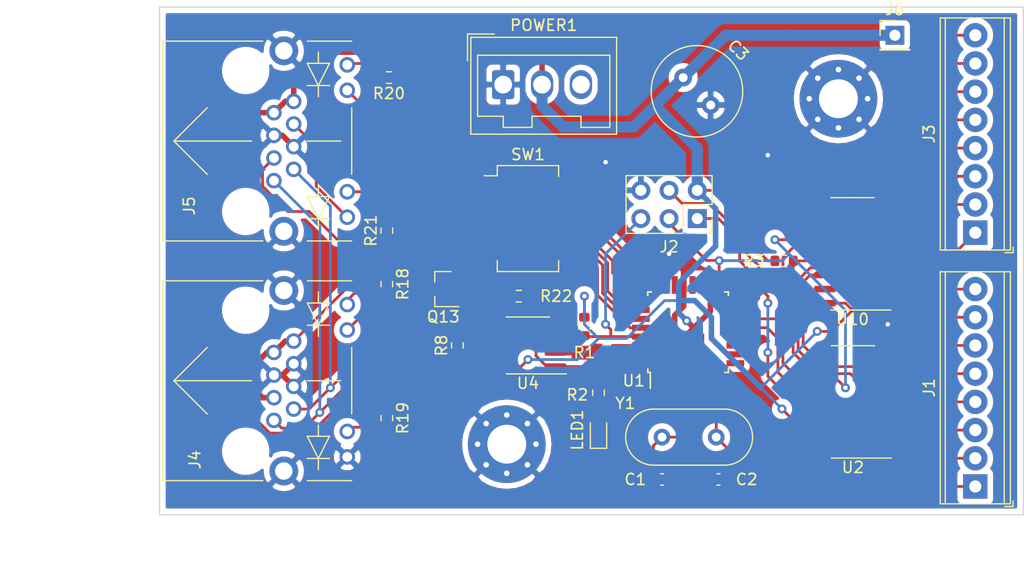
<source format=kicad_pcb>
(kicad_pcb (version 20171130) (host pcbnew "(5.1.9)-1")
  (layers (0 F.Cu signal) (31 B.Cu signal) (34 B.Paste user) (35 F.Paste user) (36 B.SilkS user) (37 F.SilkS user) (38 B.Mask user) (39 F.Mask user) (44 Edge.Cuts user))
  (net 0 "")
  (net 1 GND)
  (net 2 "Net-(C1-Pad1)")
  (net 3 "Net-(C2-Pad2)")
  (net 4 5V)
  (net 5 ~RST)
  (net 6 MOSI)
  (net 7 SCK)
  (net 8 MISO)
  (net 9 ~OE)
  (net 10 /networking/Rx)
  (net 11 LATCH)
  (net 12 /networking/A+)
  (net 13 /networking/A-)
  (net 14 LED)
  (net 15 "Net-(LED1-Pad2)")
  (net 16 A)
  (net 17 B)
  (net 18 C)
  (net 19 D)
  (net 20 E)
  (net 21 F)
  (net 22 "Net-(U10-Pad14)")
  (net 23 "Net-(J4-Pad12)")
  (net 24 "Net-(J4-Pad11)")
  (net 25 "Net-(J4-Pad10)")
  (net 26 "Net-(J5-Pad12)")
  (net 27 "Net-(J5-Pad10)")
  (net 28 "Net-(J5-Pad6)")
  (net 29 "Net-(J5-Pad3)")
  (net 30 "Net-(Q13-Pad1)")
  (net 31 "Net-(J1-Pad8)")
  (net 32 "Net-(J1-Pad7)")
  (net 33 "Net-(J1-Pad6)")
  (net 34 "Net-(J1-Pad5)")
  (net 35 "Net-(J1-Pad4)")
  (net 36 "Net-(J1-Pad3)")
  (net 37 "Net-(J1-Pad2)")
  (net 38 "Net-(J1-Pad1)")
  (net 39 "Net-(J3-Pad8)")
  (net 40 "Net-(J3-Pad7)")
  (net 41 "Net-(J3-Pad6)")
  (net 42 "Net-(J3-Pad5)")
  (net 43 "Net-(J3-Pad4)")
  (net 44 "Net-(J3-Pad3)")
  (net 45 "Net-(J3-Pad2)")
  (net 46 "Net-(J3-Pad1)")
  (module Connector_PinHeader_2.54mm:PinHeader_1x01_P2.54mm_Vertical (layer F.Cu) (at 159.385 70.485)
    (fp_text reference J6 (at 0 -2.33) (layer F.SilkS))
    (fp_text value Screw_Terminal_01x01)
    (pad 1 thru_hole rect (at 0 0) (size 1.7 1.7) (drill 1) (layers *.Cu *.Mask) (net 4 5V))
  )
  (module TerminalBlock_Phoenix:TerminalBlock_Phoenix_MPT-0,5-8-2.54_1x08_P2.54mm_Horizontal (layer F.Cu) (at 166.624 88.265 90)
    (fp_text reference J3 (at 8.89 -4.16 90) (layer F.SilkS))
    (fp_text value Screw_Terminal_01x08)
    (pad 8 thru_hole circle (at 17.78 0 90) (size 2.2 2.2) (drill 1.1) (layers *.Cu *.Mask) (net 39 "Net-(J3-Pad8)"))
    (pad 7 thru_hole circle (at 15.24 0 90) (size 2.2 2.2) (drill 1.1) (layers *.Cu *.Mask) (net 40 "Net-(J3-Pad7)"))
    (pad 6 thru_hole circle (at 12.7 0 90) (size 2.2 2.2) (drill 1.1) (layers *.Cu *.Mask) (net 41 "Net-(J3-Pad6)"))
    (pad 5 thru_hole circle (at 10.16 0 90) (size 2.2 2.2) (drill 1.1) (layers *.Cu *.Mask) (net 42 "Net-(J3-Pad5)"))
    (pad 4 thru_hole circle (at 7.62 0 90) (size 2.2 2.2) (drill 1.1) (layers *.Cu *.Mask) (net 43 "Net-(J3-Pad4)"))
    (pad 3 thru_hole circle (at 5.08 0 90) (size 2.2 2.2) (drill 1.1) (layers *.Cu *.Mask) (net 44 "Net-(J3-Pad3)"))
    (pad 2 thru_hole circle (at 2.54 0 90) (size 2.2 2.2) (drill 1.1) (layers *.Cu *.Mask) (net 45 "Net-(J3-Pad2)"))
    (pad 1 thru_hole rect (at 0 0 90) (size 2.2 2.2) (drill 1.1) (layers *.Cu *.Mask) (net 46 "Net-(J3-Pad1)"))
  )
  (module TerminalBlock_Phoenix:TerminalBlock_Phoenix_MPT-0,5-8-2.54_1x08_P2.54mm_Horizontal (layer F.Cu) (at 166.624 111.125 90)
    (fp_text reference J1 (at 8.89 -4.16 90) (layer F.SilkS))
    (fp_text value Screw_Terminal_01x08)
    (pad 8 thru_hole circle (at 17.78 0 90) (size 2.2 2.2) (drill 1.1) (layers *.Cu *.Mask) (net 31 "Net-(J1-Pad8)"))
    (pad 7 thru_hole circle (at 15.24 0 90) (size 2.2 2.2) (drill 1.1) (layers *.Cu *.Mask) (net 32 "Net-(J1-Pad7)"))
    (pad 6 thru_hole circle (at 12.7 0 90) (size 2.2 2.2) (drill 1.1) (layers *.Cu *.Mask) (net 33 "Net-(J1-Pad6)"))
    (pad 5 thru_hole circle (at 10.16 0 90) (size 2.2 2.2) (drill 1.1) (layers *.Cu *.Mask) (net 34 "Net-(J1-Pad5)"))
    (pad 4 thru_hole circle (at 7.62 0 90) (size 2.2 2.2) (drill 1.1) (layers *.Cu *.Mask) (net 35 "Net-(J1-Pad4)"))
    (pad 3 thru_hole circle (at 5.08 0 90) (size 2.2 2.2) (drill 1.1) (layers *.Cu *.Mask) (net 36 "Net-(J1-Pad3)"))
    (pad 2 thru_hole circle (at 2.54 0 90) (size 2.2 2.2) (drill 1.1) (layers *.Cu *.Mask) (net 37 "Net-(J1-Pad2)"))
    (pad 1 thru_hole rect (at 0 0 90) (size 2.2 2.2) (drill 1.1) (layers *.Cu *.Mask) (net 38 "Net-(J1-Pad1)"))
  )
  (module Package_SO:SOIC-16_3.9x9.9mm_P1.27mm (layer F.Cu) (at 155.575 90.17 180)
    (fp_text reference U10 (at 0 -5.9) (layer F.SilkS))
    (fp_text value 74HC595)
    (pad 16 smd roundrect (at 2.475 -4.445 180) (size 1.95 0.6) (layers F.Cu F.Paste F.Mask) (net 4 5V))
    (pad 15 smd roundrect (at 2.475 -3.175 180) (size 1.95 0.6) (layers F.Cu F.Paste F.Mask) (net 46 "Net-(J3-Pad1)"))
    (pad 14 smd roundrect (at 2.475 -1.905 180) (size 1.95 0.6) (layers F.Cu F.Paste F.Mask) (net 22 "Net-(U10-Pad14)"))
    (pad 13 smd roundrect (at 2.475 -0.635 180) (size 1.95 0.6) (layers F.Cu F.Paste F.Mask) (net 9 ~OE))
    (pad 12 smd roundrect (at 2.475 0.635 180) (size 1.95 0.6) (layers F.Cu F.Paste F.Mask) (net 11 LATCH))
    (pad 11 smd roundrect (at 2.475 1.905 180) (size 1.95 0.6) (layers F.Cu F.Paste F.Mask) (net 7 SCK))
    (pad 10 smd roundrect (at 2.475 3.175 180) (size 1.95 0.6) (layers F.Cu F.Paste F.Mask) (net 4 5V))
    (pad 9 smd roundrect (at 2.475 4.445 180) (size 1.95 0.6) (layers F.Cu F.Paste F.Mask))
    (pad 8 smd roundrect (at -2.475 4.445 180) (size 1.95 0.6) (layers F.Cu F.Paste F.Mask) (net 1 GND))
    (pad 7 smd roundrect (at -2.475 3.175 180) (size 1.95 0.6) (layers F.Cu F.Paste F.Mask) (net 39 "Net-(J3-Pad8)"))
    (pad 6 smd roundrect (at -2.475 1.905 180) (size 1.95 0.6) (layers F.Cu F.Paste F.Mask) (net 40 "Net-(J3-Pad7)"))
    (pad 5 smd roundrect (at -2.475 0.635 180) (size 1.95 0.6) (layers F.Cu F.Paste F.Mask) (net 41 "Net-(J3-Pad6)"))
    (pad 4 smd roundrect (at -2.475 -0.635 180) (size 1.95 0.6) (layers F.Cu F.Paste F.Mask) (net 42 "Net-(J3-Pad5)"))
    (pad 3 smd roundrect (at -2.475 -1.905 180) (size 1.95 0.6) (layers F.Cu F.Paste F.Mask) (net 43 "Net-(J3-Pad4)"))
    (pad 2 smd roundrect (at -2.475 -3.175 180) (size 1.95 0.6) (layers F.Cu F.Paste F.Mask) (net 44 "Net-(J3-Pad3)"))
    (pad 1 smd roundrect (at -2.475 -4.445 180) (size 1.95 0.6) (layers F.Cu F.Paste F.Mask) (net 45 "Net-(J3-Pad2)"))
  )
  (module Package_SO:SOIC-8_3.9x4.9mm_P1.27mm (layer F.Cu) (at 126.365 98.425 180)
    (fp_text reference U4 (at 0 -3.4) (layer F.SilkS))
    (fp_text value MAX481E)
    (pad 8 smd roundrect (at 2.475 -1.905 180) (size 1.95 0.6) (layers F.Cu F.Paste F.Mask) (net 4 5V))
    (pad 7 smd roundrect (at 2.475 -0.635 180) (size 1.95 0.6) (layers F.Cu F.Paste F.Mask) (net 12 /networking/A+))
    (pad 6 smd roundrect (at 2.475 0.635 180) (size 1.95 0.6) (layers F.Cu F.Paste F.Mask) (net 13 /networking/A-))
    (pad 5 smd roundrect (at 2.475 1.905 180) (size 1.95 0.6) (layers F.Cu F.Paste F.Mask) (net 1 GND))
    (pad 4 smd roundrect (at -2.475 1.905 180) (size 1.95 0.6) (layers F.Cu F.Paste F.Mask) (net 1 GND))
    (pad 3 smd roundrect (at -2.475 0.635 180) (size 1.95 0.6) (layers F.Cu F.Paste F.Mask) (net 1 GND))
    (pad 2 smd roundrect (at -2.475 -0.635 180) (size 1.95 0.6) (layers F.Cu F.Paste F.Mask) (net 1 GND))
    (pad 1 smd roundrect (at -2.475 -1.905 180) (size 1.95 0.6) (layers F.Cu F.Paste F.Mask) (net 10 /networking/Rx))
  )
  (module Package_SO:SOIC-16_3.9x9.9mm_P1.27mm (layer F.Cu) (at 155.61 103.505 180)
    (fp_text reference U2 (at 0 -5.9) (layer F.SilkS))
    (fp_text value 74HC595)
    (pad 16 smd roundrect (at 2.475 -4.445 180) (size 1.95 0.6) (layers F.Cu F.Paste F.Mask) (net 4 5V))
    (pad 15 smd roundrect (at 2.475 -3.175 180) (size 1.95 0.6) (layers F.Cu F.Paste F.Mask) (net 38 "Net-(J1-Pad1)"))
    (pad 14 smd roundrect (at 2.475 -1.905 180) (size 1.95 0.6) (layers F.Cu F.Paste F.Mask) (net 6 MOSI))
    (pad 13 smd roundrect (at 2.475 -0.635 180) (size 1.95 0.6) (layers F.Cu F.Paste F.Mask) (net 9 ~OE))
    (pad 12 smd roundrect (at 2.475 0.635 180) (size 1.95 0.6) (layers F.Cu F.Paste F.Mask) (net 11 LATCH))
    (pad 11 smd roundrect (at 2.475 1.905 180) (size 1.95 0.6) (layers F.Cu F.Paste F.Mask) (net 7 SCK))
    (pad 10 smd roundrect (at 2.475 3.175 180) (size 1.95 0.6) (layers F.Cu F.Paste F.Mask) (net 4 5V))
    (pad 9 smd roundrect (at 2.475 4.445 180) (size 1.95 0.6) (layers F.Cu F.Paste F.Mask) (net 22 "Net-(U10-Pad14)"))
    (pad 8 smd roundrect (at -2.475 4.445 180) (size 1.95 0.6) (layers F.Cu F.Paste F.Mask) (net 1 GND))
    (pad 7 smd roundrect (at -2.475 3.175 180) (size 1.95 0.6) (layers F.Cu F.Paste F.Mask) (net 31 "Net-(J1-Pad8)"))
    (pad 6 smd roundrect (at -2.475 1.905 180) (size 1.95 0.6) (layers F.Cu F.Paste F.Mask) (net 32 "Net-(J1-Pad7)"))
    (pad 5 smd roundrect (at -2.475 0.635 180) (size 1.95 0.6) (layers F.Cu F.Paste F.Mask) (net 33 "Net-(J1-Pad6)"))
    (pad 4 smd roundrect (at -2.475 -0.635 180) (size 1.95 0.6) (layers F.Cu F.Paste F.Mask) (net 34 "Net-(J1-Pad5)"))
    (pad 3 smd roundrect (at -2.475 -1.905 180) (size 1.95 0.6) (layers F.Cu F.Paste F.Mask) (net 35 "Net-(J1-Pad4)"))
    (pad 2 smd roundrect (at -2.475 -3.175 180) (size 1.95 0.6) (layers F.Cu F.Paste F.Mask) (net 36 "Net-(J1-Pad3)"))
    (pad 1 smd roundrect (at -2.475 -4.445 180) (size 1.95 0.6) (layers F.Cu F.Paste F.Mask) (net 37 "Net-(J1-Pad2)"))
  )
  (module Resistor_SMD:R_0603_1608Metric (layer F.Cu) (at 125.54 93.98 180)
    (fp_text reference R22 (at -3.365 0) (layer F.SilkS))
    (fp_text value 1k)
    (pad 2 smd roundrect (at 0.825 0 180) (size 0.8 0.95) (layers F.Cu F.Paste F.Mask) (net 30 "Net-(Q13-Pad1)"))
    (pad 1 smd roundrect (at -0.825 0 180) (size 0.8 0.95) (layers F.Cu F.Paste F.Mask) (net 10 /networking/Rx))
  )
  (module Resistor_SMD:R_0603_1608Metric (layer F.Cu) (at 113.665 88.075 90)
    (fp_text reference R21 (at 0 -1.43 90) (layer F.SilkS))
    (fp_text value 1k)
    (pad 2 smd roundrect (at 0.825 0 90) (size 0.8 0.95) (layers F.Cu F.Paste F.Mask) (net 27 "Net-(J5-Pad10)"))
    (pad 1 smd roundrect (at -0.825 0 90) (size 0.8 0.95) (layers F.Cu F.Paste F.Mask) (net 29 "Net-(J5-Pad3)"))
  )
  (module Resistor_SMD:R_0603_1608Metric (layer F.Cu) (at 113.855 74.295 180)
    (fp_text reference R20 (at 0 -1.43) (layer F.SilkS))
    (fp_text value 1k)
    (pad 2 smd roundrect (at 0.825 0 180) (size 0.8 0.95) (layers F.Cu F.Paste F.Mask) (net 26 "Net-(J5-Pad12)"))
    (pad 1 smd roundrect (at -0.825 0 180) (size 0.8 0.95) (layers F.Cu F.Paste F.Mask) (net 4 5V))
  )
  (module Resistor_SMD:R_0603_1608Metric (layer F.Cu) (at 113.665 104.965 270)
    (fp_text reference R19 (at 0 -1.43 90) (layer F.SilkS))
    (fp_text value 1k)
    (pad 2 smd roundrect (at 0.825 0 270) (size 0.8 0.95) (layers F.Cu F.Paste F.Mask) (net 25 "Net-(J4-Pad10)"))
    (pad 1 smd roundrect (at -0.825 0 270) (size 0.8 0.95) (layers F.Cu F.Paste F.Mask) (net 4 5V))
  )
  (module Resistor_SMD:R_0603_1608Metric (layer F.Cu) (at 113.665 92.9 270)
    (fp_text reference R18 (at 0 -1.43 90) (layer F.SilkS))
    (fp_text value 1k)
    (pad 2 smd roundrect (at 0.825 0 270) (size 0.8 0.95) (layers F.Cu F.Paste F.Mask) (net 23 "Net-(J4-Pad12)"))
    (pad 1 smd roundrect (at -0.825 0 270) (size 0.8 0.95) (layers F.Cu F.Paste F.Mask) (net 4 5V))
  )
  (module Package_TO_SOT_SMD:SOT-23 (layer F.Cu) (at 118.745 93.345 180)
    (fp_text reference Q13 (at 0 -2.5) (layer F.SilkS))
    (fp_text value 2N7002)
    (pad 3 smd rect (at 1 0 180) (size 0.9 0.8) (layers F.Cu F.Paste F.Mask) (net 24 "Net-(J4-Pad11)"))
    (pad 2 smd rect (at -1 0.95 180) (size 0.9 0.8) (layers F.Cu F.Paste F.Mask) (net 1 GND))
    (pad 1 smd rect (at -1 -0.95 180) (size 0.9 0.8) (layers F.Cu F.Paste F.Mask) (net 30 "Net-(Q13-Pad1)"))
  )
  (module customs:RND_RJ45_LED (layer F.Cu) (at 103.505 80.01 270)
    (fp_text reference J5 (at 5.842 7.62 90) (layer F.SilkS))
    (fp_text value RJ45_LED_Shielded)
    (pad 12 thru_hole circle (at -6.86 -6.6 270) (size 1.4 1.4) (drill 0.89) (layers *.Cu *.Mask) (net 26 "Net-(J5-Pad12)"))
    (pad 11 thru_hole circle (at -4.57 -6.6 270) (size 1.4 1.4) (drill 0.89) (layers *.Cu *.Mask) (net 24 "Net-(J4-Pad11)"))
    (pad 10 thru_hole circle (at 4.57 -6.6 270) (size 1.4 1.4) (drill 0.89) (layers *.Cu *.Mask) (net 27 "Net-(J5-Pad10)"))
    (pad 9 thru_hole circle (at 6.86 -6.6 270) (size 1.4 1.4) (drill 0.89) (layers *.Cu *.Mask) (net 28 "Net-(J5-Pad6)"))
    (pad 8 thru_hole circle (at -3.57 -1.78 270) (size 1.4 1.4) (drill 0.89) (layers *.Cu *.Mask) (net 4 5V))
    (pad 7 thru_hole circle (at -2.55 0 270) (size 1.4 1.4) (drill 0.89) (layers *.Cu *.Mask) (net 4 5V))
    (pad 6 thru_hole circle (at -1.53 -1.78 270) (size 1.4 1.4) (drill 0.89) (layers *.Cu *.Mask) (net 28 "Net-(J5-Pad6)"))
    (pad 5 thru_hole circle (at -0.51 0 270) (size 1.4 1.4) (drill 0.89) (layers *.Cu *.Mask) (net 1 GND))
    (pad 4 thru_hole circle (at 0.51 -1.78 270) (size 1.4 1.4) (drill 0.89) (layers *.Cu *.Mask) (net 1 GND))
    (pad 3 thru_hole circle (at 1.53 0 270) (size 1.4 1.4) (drill 0.89) (layers *.Cu *.Mask) (net 29 "Net-(J5-Pad3)"))
    (pad 2 thru_hole circle (at 2.55 -1.78 270) (size 1.4 1.4) (drill 0.89) (layers *.Cu *.Mask) (net 13 /networking/A-))
    (pad 1 thru_hole circle (at 3.57 0 270) (size 1.4 1.4) (drill 0.89) (layers *.Cu *.Mask) (net 12 /networking/A+))
    (pad SH thru_hole circle (at 8.13 -0.89 270) (size 2.6 2.6) (drill 1.57) (layers *.Cu *.Mask) (net 1 GND))
    (pad SH thru_hole circle (at -8.13 -0.89 270) (size 2.6 2.6) (drill 1.57) (layers *.Cu *.Mask) (net 1 GND))
    (pad "" np_thru_hole circle (at 6.35 2.54 270) (size 3.25 3.25) (drill 3.25) (layers *.Cu *.Mask))
    (pad "" np_thru_hole circle (at -6.35 2.54 270) (size 3.25 3.25) (drill 3.25) (layers *.Cu *.Mask))
  )
  (module customs:RND_RJ45_LED (layer F.Cu) (at 103.505 101.6 270)
    (fp_text reference J4 (at 7.112 7.112 90) (layer F.SilkS))
    (fp_text value RJ45_LED_Shielded)
    (pad 12 thru_hole circle (at -6.86 -6.6 270) (size 1.4 1.4) (drill 0.89) (layers *.Cu *.Mask) (net 23 "Net-(J4-Pad12)"))
    (pad 11 thru_hole circle (at -4.57 -6.6 270) (size 1.4 1.4) (drill 0.89) (layers *.Cu *.Mask) (net 24 "Net-(J4-Pad11)"))
    (pad 10 thru_hole circle (at 4.57 -6.6 270) (size 1.4 1.4) (drill 0.89) (layers *.Cu *.Mask) (net 25 "Net-(J4-Pad10)"))
    (pad 9 thru_hole circle (at 6.86 -6.6 270) (size 1.4 1.4) (drill 0.89) (layers *.Cu *.Mask) (net 1 GND))
    (pad 8 thru_hole circle (at -3.57 -1.78 270) (size 1.4 1.4) (drill 0.89) (layers *.Cu *.Mask) (net 4 5V))
    (pad 7 thru_hole circle (at -2.55 0 270) (size 1.4 1.4) (drill 0.89) (layers *.Cu *.Mask) (net 4 5V))
    (pad 6 thru_hole circle (at -1.53 -1.78 270) (size 1.4 1.4) (drill 0.89) (layers *.Cu *.Mask) (net 1 GND))
    (pad 5 thru_hole circle (at -0.51 0 270) (size 1.4 1.4) (drill 0.89) (layers *.Cu *.Mask) (net 1 GND))
    (pad 4 thru_hole circle (at 0.51 -1.78 270) (size 1.4 1.4) (drill 0.89) (layers *.Cu *.Mask) (net 1 GND))
    (pad 3 thru_hole circle (at 1.53 0 270) (size 1.4 1.4) (drill 0.89) (layers *.Cu *.Mask) (net 4 5V))
    (pad 2 thru_hole circle (at 2.55 -1.78 270) (size 1.4 1.4) (drill 0.89) (layers *.Cu *.Mask) (net 13 /networking/A-))
    (pad 1 thru_hole circle (at 3.57 0 270) (size 1.4 1.4) (drill 0.89) (layers *.Cu *.Mask) (net 12 /networking/A+))
    (pad SH thru_hole circle (at 8.13 -0.89 270) (size 2.6 2.6) (drill 1.57) (layers *.Cu *.Mask) (net 1 GND))
    (pad SH thru_hole circle (at -8.13 -0.89 270) (size 2.6 2.6) (drill 1.57) (layers *.Cu *.Mask) (net 1 GND))
    (pad "" np_thru_hole circle (at 6.35 2.54 270) (size 3.25 3.25) (drill 3.25) (layers *.Cu *.Mask))
    (pad "" np_thru_hole circle (at -6.35 2.54 270) (size 3.25 3.25) (drill 3.25) (layers *.Cu *.Mask))
  )
  (module Connector_PinSocket_2.54mm:PinSocket_2x03_P2.54mm_Vertical (layer F.Cu) (at 141.605 86.995 270)
    (fp_text reference J2 (at 2.54 2.54 180) (layer F.SilkS))
    (fp_text value AVR-ISP-6)
    (pad 6 thru_hole oval (at -2.54 5.08 270) (size 1.7 1.7) (drill 1) (layers *.Cu *.Mask) (net 1 GND))
    (pad 5 thru_hole oval (at 0 5.08 270) (size 1.7 1.7) (drill 1) (layers *.Cu *.Mask) (net 5 ~RST))
    (pad 4 thru_hole oval (at -2.54 2.54 270) (size 1.7 1.7) (drill 1) (layers *.Cu *.Mask) (net 6 MOSI))
    (pad 3 thru_hole oval (at 0 2.54 270) (size 1.7 1.7) (drill 1) (layers *.Cu *.Mask) (net 7 SCK))
    (pad 2 thru_hole oval (at -2.54 0 270) (size 1.7 1.7) (drill 1) (layers *.Cu *.Mask) (net 4 5V))
    (pad 1 thru_hole rect (at 0 0 270) (size 1.7 1.7) (drill 1) (layers *.Cu *.Mask) (net 8 MISO))
  )
  (module Capacitor_THT:C_Radial_D8.0mm_H11.5mm_P3.50mm (layer F.Cu) (at 140.335 74.295 315)
    (fp_text reference C3 (at 1.749999 -5.25 135) (layer F.SilkS))
    (fp_text value 220uF)
    (pad 2 thru_hole circle (at 3.5 0 315) (size 1.6 1.6) (drill 0.8) (layers *.Cu *.Mask) (net 1 GND))
    (pad 1 thru_hole circle (at 0 0 315) (size 1.6 1.6) (drill 0.8) (layers *.Cu *.Mask) (net 4 5V))
  )
  (module Package_QFP:TQFP-32_7x7mm_P0.8mm (layer F.Cu) (at 140.775 97.225 90)
    (fp_text reference U1 (at -4.375 -4.885 180) (layer F.SilkS))
    (fp_text value ATmega328P-AU)
    (pad 32 smd rect (at -2.8 -4.25 180) (size 1.6 0.55) (layers F.Cu F.Paste F.Mask) (net 14 LED))
    (pad 31 smd rect (at -2 -4.25 180) (size 1.6 0.55) (layers F.Cu F.Paste F.Mask))
    (pad 30 smd rect (at -1.2 -4.25 180) (size 1.6 0.55) (layers F.Cu F.Paste F.Mask) (net 10 /networking/Rx))
    (pad 29 smd rect (at -0.4 -4.25 180) (size 1.6 0.55) (layers F.Cu F.Paste F.Mask) (net 5 ~RST))
    (pad 28 smd rect (at 0.4 -4.25 180) (size 1.6 0.55) (layers F.Cu F.Paste F.Mask) (net 21 F))
    (pad 27 smd rect (at 1.2 -4.25 180) (size 1.6 0.55) (layers F.Cu F.Paste F.Mask) (net 20 E))
    (pad 26 smd rect (at 2 -4.25 180) (size 1.6 0.55) (layers F.Cu F.Paste F.Mask) (net 19 D))
    (pad 25 smd rect (at 2.8 -4.25 180) (size 1.6 0.55) (layers F.Cu F.Paste F.Mask) (net 18 C))
    (pad 24 smd rect (at 4.25 -2.8 90) (size 1.6 0.55) (layers F.Cu F.Paste F.Mask) (net 17 B))
    (pad 23 smd rect (at 4.25 -2 90) (size 1.6 0.55) (layers F.Cu F.Paste F.Mask) (net 16 A))
    (pad 22 smd rect (at 4.25 -1.2 90) (size 1.6 0.55) (layers F.Cu F.Paste F.Mask))
    (pad 21 smd rect (at 4.25 -0.4 90) (size 1.6 0.55) (layers F.Cu F.Paste F.Mask) (net 1 GND))
    (pad 20 smd rect (at 4.25 0.4 90) (size 1.6 0.55) (layers F.Cu F.Paste F.Mask))
    (pad 19 smd rect (at 4.25 1.2 90) (size 1.6 0.55) (layers F.Cu F.Paste F.Mask))
    (pad 18 smd rect (at 4.25 2 90) (size 1.6 0.55) (layers F.Cu F.Paste F.Mask) (net 4 5V))
    (pad 17 smd rect (at 4.25 2.8 90) (size 1.6 0.55) (layers F.Cu F.Paste F.Mask) (net 7 SCK))
    (pad 16 smd rect (at 2.8 4.25 180) (size 1.6 0.55) (layers F.Cu F.Paste F.Mask) (net 8 MISO))
    (pad 15 smd rect (at 2 4.25 180) (size 1.6 0.55) (layers F.Cu F.Paste F.Mask) (net 6 MOSI))
    (pad 14 smd rect (at 1.2 4.25 180) (size 1.6 0.55) (layers F.Cu F.Paste F.Mask) (net 11 LATCH))
    (pad 13 smd rect (at 0.4 4.25 180) (size 1.6 0.55) (layers F.Cu F.Paste F.Mask) (net 9 ~OE))
    (pad 12 smd rect (at -0.4 4.25 180) (size 1.6 0.55) (layers F.Cu F.Paste F.Mask))
    (pad 11 smd rect (at -1.2 4.25 180) (size 1.6 0.55) (layers F.Cu F.Paste F.Mask))
    (pad 10 smd rect (at -2 4.25 180) (size 1.6 0.55) (layers F.Cu F.Paste F.Mask))
    (pad 9 smd rect (at -2.8 4.25 180) (size 1.6 0.55) (layers F.Cu F.Paste F.Mask))
    (pad 8 smd rect (at -4.25 2.8 90) (size 1.6 0.55) (layers F.Cu F.Paste F.Mask) (net 3 "Net-(C2-Pad2)"))
    (pad 7 smd rect (at -4.25 2 90) (size 1.6 0.55) (layers F.Cu F.Paste F.Mask) (net 2 "Net-(C1-Pad1)"))
    (pad 6 smd rect (at -4.25 1.2 90) (size 1.6 0.55) (layers F.Cu F.Paste F.Mask) (net 4 5V))
    (pad 5 smd rect (at -4.25 0.4 90) (size 1.6 0.55) (layers F.Cu F.Paste F.Mask) (net 1 GND))
    (pad 4 smd rect (at -4.25 -0.4 90) (size 1.6 0.55) (layers F.Cu F.Paste F.Mask) (net 4 5V))
    (pad 3 smd rect (at -4.25 -1.2 90) (size 1.6 0.55) (layers F.Cu F.Paste F.Mask) (net 1 GND))
    (pad 2 smd rect (at -4.25 -2 90) (size 1.6 0.55) (layers F.Cu F.Paste F.Mask))
    (pad 1 smd rect (at -4.25 -2.8 90) (size 1.6 0.55) (layers F.Cu F.Paste F.Mask))
  )
  (module Button_Switch_SMD:SW_DIP_SPSTx06_Slide_KingTek_DSHP06TJ_W5.25mm_P1.27mm_JPin (layer F.Cu) (at 126.365 86.995)
    (fp_text reference SW1 (at 0 -5.77) (layer F.SilkS))
    (fp_text value SW_DIP_x06)
    (pad 12 smd rect (at 2.625 -3.175) (size 2.65 0.76) (layers F.Cu F.Paste F.Mask) (net 16 A))
    (pad 6 smd rect (at -2.625 3.175) (size 2.65 0.76) (layers F.Cu F.Paste F.Mask) (net 1 GND))
    (pad 11 smd rect (at 2.625 -1.905) (size 2.65 0.76) (layers F.Cu F.Paste F.Mask) (net 17 B))
    (pad 5 smd rect (at -2.625 1.905) (size 2.65 0.76) (layers F.Cu F.Paste F.Mask) (net 1 GND))
    (pad 10 smd rect (at 2.625 -0.635) (size 2.65 0.76) (layers F.Cu F.Paste F.Mask) (net 18 C))
    (pad 4 smd rect (at -2.625 0.635) (size 2.65 0.76) (layers F.Cu F.Paste F.Mask) (net 1 GND))
    (pad 9 smd rect (at 2.625 0.635) (size 2.65 0.76) (layers F.Cu F.Paste F.Mask) (net 19 D))
    (pad 3 smd rect (at -2.625 -0.635) (size 2.65 0.76) (layers F.Cu F.Paste F.Mask) (net 1 GND))
    (pad 8 smd rect (at 2.625 1.905) (size 2.65 0.76) (layers F.Cu F.Paste F.Mask) (net 20 E))
    (pad 2 smd rect (at -2.625 -1.905) (size 2.65 0.76) (layers F.Cu F.Paste F.Mask) (net 1 GND))
    (pad 7 smd rect (at 2.625 3.175) (size 2.65 0.76) (layers F.Cu F.Paste F.Mask) (net 21 F))
    (pad 1 smd rect (at -2.625 -3.175) (size 2.65 0.76) (layers F.Cu F.Paste F.Mask) (net 1 GND))
  )
  (module Connector_Wago:Wago_734-133_1x03_P3.50mm_Vertical (layer F.Cu) (at 124.135 74.93)
    (fp_text reference POWER1 (at 3.65 -5.35) (layer F.SilkS))
    (fp_text value POWER)
    (pad 3 thru_hole oval (at 7 0) (size 2 2.6) (drill 1.6) (layers *.Cu *.Mask))
    (pad 2 thru_hole oval (at 3.5 0) (size 2 2.6) (drill 1.6) (layers *.Cu *.Mask) (net 4 5V))
    (pad 1 thru_hole roundrect (at 0 0) (size 2 2.6) (drill 1.6) (layers *.Cu *.Mask) (roundrect_rratio 0.125) (net 1 GND))
  )
  (module MountingHole:MountingHole_3.5mm_Pad_Via (layer B.Cu) (at 154.305 76.2)
    (fp_text reference H2 hide)
    (fp_text value MountingHole_Pad)
    (pad 1 thru_hole circle (at 1.856155 1.856155) (size 0.8 0.8) (drill 0.5) (layers *.Cu *.Mask) (net 1 GND))
    (pad 1 thru_hole circle (at 0 2.625) (size 0.8 0.8) (drill 0.5) (layers *.Cu *.Mask) (net 1 GND))
    (pad 1 thru_hole circle (at -1.856155 1.856155) (size 0.8 0.8) (drill 0.5) (layers *.Cu *.Mask) (net 1 GND))
    (pad 1 thru_hole circle (at -2.625 0) (size 0.8 0.8) (drill 0.5) (layers *.Cu *.Mask) (net 1 GND))
    (pad 1 thru_hole circle (at -1.856155 -1.856155) (size 0.8 0.8) (drill 0.5) (layers *.Cu *.Mask) (net 1 GND))
    (pad 1 thru_hole circle (at 0 -2.625) (size 0.8 0.8) (drill 0.5) (layers *.Cu *.Mask) (net 1 GND))
    (pad 1 thru_hole circle (at 1.856155 -1.856155) (size 0.8 0.8) (drill 0.5) (layers *.Cu *.Mask) (net 1 GND))
    (pad 1 thru_hole circle (at 2.625 0) (size 0.8 0.8) (drill 0.5) (layers *.Cu *.Mask) (net 1 GND))
    (pad 1 thru_hole circle (at 0 0) (size 7 7) (drill 3.5) (layers *.Cu *.Mask) (net 1 GND))
  )
  (module MountingHole:MountingHole_3.5mm_Pad_Via (layer F.Cu) (at 124.46 107.315)
    (fp_text reference H1 hide)
    (fp_text value MountingHole_Pad)
    (pad 1 thru_hole circle (at 1.856155 -1.856155) (size 0.8 0.8) (drill 0.5) (layers *.Cu *.Mask) (net 1 GND))
    (pad 1 thru_hole circle (at 0 -2.625) (size 0.8 0.8) (drill 0.5) (layers *.Cu *.Mask) (net 1 GND))
    (pad 1 thru_hole circle (at -1.856155 -1.856155) (size 0.8 0.8) (drill 0.5) (layers *.Cu *.Mask) (net 1 GND))
    (pad 1 thru_hole circle (at -2.625 0) (size 0.8 0.8) (drill 0.5) (layers *.Cu *.Mask) (net 1 GND))
    (pad 1 thru_hole circle (at -1.856155 1.856155) (size 0.8 0.8) (drill 0.5) (layers *.Cu *.Mask) (net 1 GND))
    (pad 1 thru_hole circle (at 0 2.625) (size 0.8 0.8) (drill 0.5) (layers *.Cu *.Mask) (net 1 GND))
    (pad 1 thru_hole circle (at 1.856155 1.856155) (size 0.8 0.8) (drill 0.5) (layers *.Cu *.Mask) (net 1 GND))
    (pad 1 thru_hole circle (at 2.625 0) (size 0.8 0.8) (drill 0.5) (layers *.Cu *.Mask) (net 1 GND))
    (pad 1 thru_hole circle (at 0 0) (size 7 7) (drill 3.5) (layers *.Cu *.Mask) (net 1 GND))
  )
  (module Crystal:Crystal_HC49-4H_Vertical (layer F.Cu) (at 138.43 106.68)
    (fp_text reference Y1 (at -3.302 -3.048) (layer F.SilkS))
    (fp_text value 16MHz)
    (pad 2 thru_hole circle (at 4.88 0) (size 1.5 1.5) (drill 0.8) (layers *.Cu *.Mask) (net 3 "Net-(C2-Pad2)"))
    (pad 1 thru_hole circle (at 0 0) (size 1.5 1.5) (drill 0.8) (layers *.Cu *.Mask) (net 2 "Net-(C1-Pad1)"))
  )
  (module Resistor_SMD:R_0603_1608Metric (layer F.Cu) (at 132.715 102.68 90)
    (fp_text reference R2 (at -0.19 -1.905 180) (layer F.SilkS))
    (fp_text value 10k)
    (pad 2 smd roundrect (at 0.825 0 90) (size 0.8 0.95) (layers F.Cu F.Paste F.Mask) (net 14 LED))
    (pad 1 smd roundrect (at -0.825 0 90) (size 0.8 0.95) (layers F.Cu F.Paste F.Mask) (net 15 "Net-(LED1-Pad2)"))
  )
  (module LED_SMD:LED_0603_1608Metric (layer F.Cu) (at 132.715 106.1975 90)
    (fp_text reference LED1 (at 0.1525 -1.905 90) (layer F.SilkS))
    (fp_text value LED)
    (pad 2 smd roundrect (at 0.7875 0 90) (size 0.875 0.95) (layers F.Cu F.Paste F.Mask) (net 15 "Net-(LED1-Pad2)"))
    (pad 1 smd roundrect (at -0.7875 0 90) (size 0.875 0.95) (layers F.Cu F.Paste F.Mask) (net 1 GND))
  )
  (module Resistor_SMD:R_0603_1608Metric (layer F.Cu) (at 131.445 96.71 90)
    (fp_text reference R1 (at -2.35 0 180) (layer F.SilkS))
    (fp_text value 10k)
    (pad 2 smd roundrect (at 0.825 0 90) (size 0.8 0.95) (layers F.Cu F.Paste F.Mask) (net 4 5V))
    (pad 1 smd roundrect (at -0.825 0 90) (size 0.8 0.95) (layers F.Cu F.Paste F.Mask) (net 5 ~RST))
  )
  (module Resistor_SMD:R_0603_1608Metric (layer F.Cu) (at 120.015 98.425 90)
    (fp_text reference R8 (at 0 -1.43 90) (layer F.SilkS))
    (fp_text value 2k)
    (pad 2 smd roundrect (at 0.825 0 90) (size 0.8 0.95) (layers F.Cu F.Paste F.Mask) (net 13 /networking/A-))
    (pad 1 smd roundrect (at -0.825 0 90) (size 0.8 0.95) (layers F.Cu F.Paste F.Mask) (net 12 /networking/A+))
  )
  (module Resistor_SMD:R_0603_1608Metric (layer F.Cu) (at 149.415 90.805)
    (fp_text reference R3 (at -2.73 0 180) (layer F.SilkS))
    (fp_text value 10k)
    (pad 2 smd roundrect (at 0.825 0) (size 0.8 0.95) (layers F.Cu F.Paste F.Mask) (net 9 ~OE))
    (pad 1 smd roundrect (at -0.825 0) (size 0.8 0.95) (layers F.Cu F.Paste F.Mask) (net 4 5V))
  )
  (module Capacitor_SMD:C_0603_1608Metric (layer F.Cu) (at 143.51 110.49)
    (fp_text reference C2 (at 2.54 0) (layer F.SilkS))
    (fp_text value 10pF)
    (pad 2 smd roundrect (at 0.775 0) (size 0.9 0.95) (layers F.Cu F.Paste F.Mask) (net 3 "Net-(C2-Pad2)"))
    (pad 1 smd roundrect (at -0.775 0) (size 0.9 0.95) (layers F.Cu F.Paste F.Mask) (net 1 GND))
  )
  (module Capacitor_SMD:C_0603_1608Metric (layer F.Cu) (at 138.43 110.49)
    (fp_text reference C1 (at -2.4 0) (layer F.SilkS))
    (fp_text value 10pF)
    (pad 2 smd roundrect (at 0.775 0) (size 0.9 0.95) (layers F.Cu F.Paste F.Mask) (net 1 GND))
    (pad 1 smd roundrect (at -0.775 0) (size 0.9 0.95) (layers F.Cu F.Paste F.Mask) (net 2 "Net-(C1-Pad1)"))
  )
  (gr_line (start 170.942 67.945) (end 170.942 113.665) (layer Edge.Cuts) (width 0.1))
  (gr_line (start 148.336 67.945) (end 170.942 67.945) (layer Edge.Cuts) (width 0.1))
  (gr_line (start 93.218 67.945) (end 148.336 67.945) (layer Edge.Cuts) (width 0.1))
  (gr_line (start 93.218 113.665) (end 93.218 67.945) (layer Edge.Cuts) (width 0.1))
  (gr_line (start 148.336 113.665) (end 93.218 113.665) (layer Edge.Cuts) (width 0.1))
  (gr_line (start 170.942 113.665) (end 148.336 113.665) (layer Edge.Cuts) (width 0.1))
  (segment (start 139.575 101.475) (end 139.7 101.6) (width 0.25) (layer F.Cu) (net 1))
  (via (at 158.75 96.52) (size 0.8) (drill 0.4) (layers F.Cu B.Cu) (net 1))
  (via (at 133.35 81.915) (size 0.8) (drill 0.4) (layers F.Cu B.Cu) (net 1))
  (segment (start 141.175 103.505) (end 139.575 103.505) (width 0.5) (layer F.Cu) (net 1))
  (segment (start 141.175 101.475) (end 141.175 103.505) (width 0.5) (layer F.Cu) (net 1))
  (segment (start 139.575 103.505) (end 139.575 101.475) (width 0.5) (layer F.Cu) (net 1))
  (segment (start 139.575 97.665) (end 139.575 101.475) (width 0.5) (layer F.Cu) (net 1))
  (segment (start 139.575 95.698499) (end 139.575 97.665) (width 0.5) (layer F.Cu) (net 1))
  (segment (start 140.375 94.898499) (end 139.575 95.698499) (width 0.5) (layer F.Cu) (net 1))
  (segment (start 140.375 92.975) (end 140.375 94.898499) (width 0.5) (layer F.Cu) (net 1))
  (via (at 139.065 90.17) (size 0.8) (drill 0.4) (layers F.Cu B.Cu) (net 1))
  (segment (start 140.375 91.48) (end 139.065 90.17) (width 0.5) (layer F.Cu) (net 1))
  (segment (start 140.375 92.975) (end 140.375 91.48) (width 0.5) (layer F.Cu) (net 1))
  (via (at 147.955 81.28) (size 0.8) (drill 0.4) (layers F.Cu B.Cu) (net 1))
  (segment (start 104.265 79.5) (end 105.285 80.52) (width 0.5) (layer F.Cu) (net 1))
  (segment (start 103.505 79.5) (end 104.265 79.5) (width 0.5) (layer F.Cu) (net 1))
  (segment (start 104.265 101.09) (end 105.285 100.07) (width 0.5) (layer F.Cu) (net 1))
  (segment (start 103.505 101.09) (end 104.265 101.09) (width 0.5) (layer F.Cu) (net 1))
  (segment (start 105.285 102.11) (end 104.265 101.09) (width 0.5) (layer F.Cu) (net 1))
  (segment (start 142.775 101.475) (end 142.775 104.24) (width 0.25) (layer F.Cu) (net 2))
  (segment (start 140.335 106.68) (end 138.43 106.68) (width 0.25) (layer F.Cu) (net 2))
  (segment (start 142.775 104.24) (end 140.335 106.68) (width 0.25) (layer F.Cu) (net 2))
  (segment (start 137.655 107.455) (end 137.655 110.49) (width 0.25) (layer F.Cu) (net 2))
  (segment (start 138.43 106.68) (end 137.655 107.455) (width 0.25) (layer F.Cu) (net 2))
  (segment (start 143.31 106.68) (end 143.31 104.975) (width 0.25) (layer F.Cu) (net 3))
  (segment (start 143.575 104.71) (end 143.575 101.475) (width 0.25) (layer F.Cu) (net 3))
  (segment (start 143.31 104.975) (end 143.575 104.71) (width 0.25) (layer F.Cu) (net 3))
  (segment (start 144.285 107.655) (end 144.285 110.49) (width 0.25) (layer F.Cu) (net 3))
  (segment (start 143.31 106.68) (end 144.285 107.655) (width 0.25) (layer F.Cu) (net 3))
  (segment (start 127.635 74.93) (end 127.635 76.835) (width 1) (layer B.Cu) (net 4))
  (segment (start 127.635 76.835) (end 129.54 78.74) (width 1) (layer B.Cu) (net 4))
  (segment (start 129.54 78.74) (end 135.89 78.74) (width 1) (layer B.Cu) (net 4))
  (segment (start 141.605 80.645) (end 141.605 84.455) (width 1) (layer B.Cu) (net 4))
  (segment (start 137.795 76.835) (end 141.605 80.645) (width 1) (layer B.Cu) (net 4))
  (segment (start 135.89 78.74) (end 137.795 76.835) (width 1) (layer B.Cu) (net 4))
  (segment (start 137.795 76.835) (end 140.335 74.295) (width 1) (layer B.Cu) (net 4))
  (segment (start 142.775 92.975) (end 142.775 95.35) (width 0.5) (layer F.Cu) (net 4))
  (segment (start 140.375 97.75) (end 140.375 101.475) (width 0.5) (layer F.Cu) (net 4))
  (segment (start 141.975 97.525) (end 141.2875 96.8375) (width 0.5) (layer F.Cu) (net 4))
  (segment (start 141.975 101.475) (end 141.975 97.525) (width 0.5) (layer F.Cu) (net 4))
  (segment (start 141.2875 96.8375) (end 140.375 97.75) (width 0.5) (layer F.Cu) (net 4))
  (segment (start 142.775 95.35) (end 141.2875 96.8375) (width 0.5) (layer F.Cu) (net 4))
  (segment (start 131.445 96.52) (end 131.445 93.98) (width 0.25) (layer B.Cu) (net 4))
  (via (at 131.445 93.98) (size 0.8) (drill 0.4) (layers F.Cu B.Cu) (net 4))
  (segment (start 132.715 97.79) (end 131.445 96.52) (width 0.25) (layer B.Cu) (net 4))
  (segment (start 131.445 93.98) (end 131.445 95.885) (width 0.25) (layer F.Cu) (net 4))
  (segment (start 151.765 107.95) (end 153.035 107.95) (width 0.25) (layer F.Cu) (net 4))
  (segment (start 151.13 107.315) (end 151.765 107.95) (width 0.25) (layer F.Cu) (net 4))
  (segment (start 151.13999 106.05499) (end 151.13 106.045) (width 0.25) (layer F.Cu) (net 4))
  (segment (start 151.13 106.045) (end 151.13 107.315) (width 0.25) (layer F.Cu) (net 4))
  (segment (start 156.20001 106.05499) (end 151.13999 106.05499) (width 0.25) (layer F.Cu) (net 4))
  (segment (start 156.750129 105.504871) (end 156.20001 106.05499) (width 0.25) (layer F.Cu) (net 4))
  (segment (start 153.035 94.615) (end 154.94 94.615) (width 0.25) (layer F.Cu) (net 4))
  (via (at 149.225 104.14) (size 0.8) (drill 0.4) (layers F.Cu B.Cu) (net 4))
  (segment (start 151.13999 106.05499) (end 149.225 104.14) (width 0.25) (layer F.Cu) (net 4))
  (segment (start 147.32 86.995) (end 148.59 86.995) (width 0.25) (layer F.Cu) (net 4))
  (segment (start 147.955 90.805) (end 147.32 90.17) (width 0.25) (layer F.Cu) (net 4))
  (segment (start 147.32 90.17) (end 147.32 86.995) (width 0.25) (layer F.Cu) (net 4))
  (segment (start 148.59 90.805) (end 147.955 90.805) (width 0.25) (layer F.Cu) (net 4))
  (segment (start 147.32 86.995) (end 147.32 85.725) (width 0.25) (layer F.Cu) (net 4))
  (segment (start 146.05 84.455) (end 141.605 84.455) (width 0.25) (layer F.Cu) (net 4))
  (segment (start 147.32 85.725) (end 146.05 84.455) (width 0.25) (layer F.Cu) (net 4))
  (via (at 126.365 99.695) (size 0.8) (drill 0.4) (layers F.Cu B.Cu) (net 4))
  (segment (start 125.73 100.33) (end 126.365 99.695) (width 0.25) (layer F.Cu) (net 4))
  (segment (start 123.79 100.33) (end 125.73 100.33) (width 0.25) (layer F.Cu) (net 4))
  (segment (start 130.81 99.695) (end 132.715 97.79) (width 0.25) (layer B.Cu) (net 4))
  (segment (start 126.365 99.695) (end 130.81 99.695) (width 0.25) (layer B.Cu) (net 4))
  (segment (start 139.935001 94.379999) (end 138.665001 94.379999) (width 0.25) (layer B.Cu) (net 4))
  (segment (start 138.665001 94.379999) (end 135.255 97.79) (width 0.25) (layer B.Cu) (net 4))
  (segment (start 135.255 97.79) (end 132.715 97.79) (width 0.25) (layer B.Cu) (net 4))
  (via (at 140.652503 96.202503) (size 0.8) (drill 0.4) (layers F.Cu B.Cu) (net 4))
  (segment (start 141.2875 96.8375) (end 140.652503 96.202503) (width 0.5) (layer F.Cu) (net 4))
  (segment (start 139.935001 94.379999) (end 139.935001 95.485001) (width 0.5) (layer B.Cu) (net 4))
  (segment (start 139.935001 95.485001) (end 140.652503 96.202503) (width 0.5) (layer B.Cu) (net 4))
  (segment (start 151.77358 91.43001) (end 154.31499 91.43001) (width 0.25) (layer F.Cu) (net 4))
  (segment (start 150.679991 92.523599) (end 151.77358 91.43001) (width 0.25) (layer F.Cu) (net 4))
  (segment (start 150.67999 98.84999) (end 150.679991 92.523599) (width 0.25) (layer F.Cu) (net 4))
  (segment (start 152.16 100.33) (end 150.67999 98.84999) (width 0.25) (layer F.Cu) (net 4))
  (segment (start 153.035 100.33) (end 152.16 100.33) (width 0.25) (layer F.Cu) (net 4))
  (segment (start 154.31499 91.43001) (end 154.94 90.805) (width 0.25) (layer F.Cu) (net 4))
  (segment (start 154.94 90.805) (end 154.94 87.63) (width 0.25) (layer F.Cu) (net 4))
  (segment (start 154.305 86.995) (end 153.035 86.995) (width 0.25) (layer F.Cu) (net 4))
  (segment (start 154.94 87.63) (end 154.305 86.995) (width 0.25) (layer F.Cu) (net 4))
  (segment (start 150.24 86.995) (end 153.035 86.995) (width 0.25) (layer F.Cu) (net 4))
  (segment (start 150.24 86.995) (end 148.59 86.995) (width 0.25) (layer F.Cu) (net 4))
  (segment (start 156.655258 100.33) (end 156.750129 100.235129) (width 0.25) (layer F.Cu) (net 4))
  (segment (start 156.750129 100.235129) (end 156.750129 105.504871) (width 0.25) (layer F.Cu) (net 4))
  (segment (start 153.035 100.33) (end 156.655258 100.33) (width 0.25) (layer F.Cu) (net 4))
  (segment (start 156.750129 96.425129) (end 156.750129 100.235129) (width 0.25) (layer F.Cu) (net 4))
  (segment (start 103.505 103.13) (end 102.495 103.13) (width 0.5) (layer F.Cu) (net 4))
  (segment (start 102.88 99.05) (end 103.505 99.05) (width 0.5) (layer F.Cu) (net 4))
  (segment (start 101.6 100.33) (end 102.88 99.05) (width 0.5) (layer F.Cu) (net 4))
  (segment (start 104.525 98.03) (end 103.505 99.05) (width 0.5) (layer F.Cu) (net 4))
  (segment (start 105.285 98.03) (end 104.525 98.03) (width 0.5) (layer F.Cu) (net 4))
  (segment (start 104.525 76.44) (end 103.505 77.46) (width 0.5) (layer F.Cu) (net 4))
  (segment (start 105.285 76.44) (end 104.525 76.44) (width 0.5) (layer F.Cu) (net 4))
  (segment (start 103.138006 106.320008) (end 101.6 104.782002) (width 0.25) (layer F.Cu) (net 4))
  (segment (start 106.842994 106.320008) (end 103.138006 106.320008) (width 0.25) (layer F.Cu) (net 4))
  (segment (start 109.023002 104.14) (end 106.842994 106.320008) (width 0.25) (layer F.Cu) (net 4))
  (segment (start 113.665 104.14) (end 109.023002 104.14) (width 0.25) (layer F.Cu) (net 4))
  (segment (start 101.6 103.505) (end 102.235 102.87) (width 0.25) (layer F.Cu) (net 4))
  (segment (start 101.6 104.782002) (end 101.6 103.505) (width 0.25) (layer F.Cu) (net 4))
  (segment (start 102.235 102.87) (end 101.6 102.235) (width 0.5) (layer F.Cu) (net 4))
  (segment (start 102.495 103.13) (end 102.235 102.87) (width 0.5) (layer F.Cu) (net 4))
  (segment (start 105.285 76.44) (end 105.285 75.055) (width 0.5) (layer F.Cu) (net 4))
  (segment (start 105.285 75.055) (end 108.340001 71.999999) (width 0.5) (layer F.Cu) (net 4))
  (segment (start 108.340001 71.999999) (end 116.449999 71.999999) (width 0.5) (layer F.Cu) (net 4))
  (segment (start 111.24 92.075) (end 105.285 98.03) (width 0.25) (layer F.Cu) (net 4))
  (segment (start 113.665 92.075) (end 111.24 92.075) (width 0.25) (layer F.Cu) (net 4))
  (segment (start 101.6 100.965) (end 99.06 100.965) (width 0.5) (layer F.Cu) (net 4))
  (segment (start 101.6 102.235) (end 101.6 100.965) (width 0.5) (layer F.Cu) (net 4))
  (segment (start 101.6 100.965) (end 101.6 100.33) (width 0.5) (layer F.Cu) (net 4))
  (segment (start 99.06 100.965) (end 97.155 99.06) (width 0.5) (layer F.Cu) (net 4))
  (segment (start 97.155 99.06) (end 97.155 80.01) (width 0.5) (layer F.Cu) (net 4))
  (segment (start 99.705 77.46) (end 103.505 77.46) (width 0.5) (layer F.Cu) (net 4))
  (segment (start 97.155 80.01) (end 99.705 77.46) (width 0.5) (layer F.Cu) (net 4))
  (segment (start 116.205 100.33) (end 123.79 100.33) (width 0.25) (layer F.Cu) (net 4))
  (segment (start 112.833002 100.33) (end 109.023002 104.14) (width 0.25) (layer F.Cu) (net 4))
  (segment (start 116.205 100.33) (end 112.833002 100.33) (width 0.25) (layer F.Cu) (net 4))
  (segment (start 126.609999 71.999999) (end 127.635 73.025) (width 0.5) (layer F.Cu) (net 4))
  (segment (start 127.635 73.025) (end 127.635 74.93) (width 0.5) (layer F.Cu) (net 4))
  (segment (start 116.449999 71.999999) (end 126.609999 71.999999) (width 0.5) (layer F.Cu) (net 4))
  (segment (start 114.690001 71.999999) (end 116.449999 71.999999) (width 0.25) (layer F.Cu) (net 4))
  (segment (start 114.68 72.01) (end 114.690001 71.999999) (width 0.25) (layer F.Cu) (net 4))
  (segment (start 114.68 74.295) (end 114.68 72.01) (width 0.25) (layer F.Cu) (net 4))
  (segment (start 143.256 86.106) (end 141.605 84.455) (width 0.5) (layer B.Cu) (net 4))
  (segment (start 143.256 89.4715) (end 143.256 86.106) (width 0.5) (layer B.Cu) (net 4))
  (segment (start 139.935001 92.792499) (end 143.256 89.4715) (width 0.5) (layer B.Cu) (net 4))
  (segment (start 139.935001 94.379999) (end 139.935001 92.792499) (width 0.5) (layer B.Cu) (net 4))
  (via (at 152.4 97.155) (size 0.8) (drill 0.4) (layers F.Cu B.Cu) (net 4))
  (segment (start 153.67 97.155) (end 152.4 97.155) (width 0.25) (layer F.Cu) (net 4))
  (segment (start 155.575 95.25) (end 153.67 97.155) (width 0.25) (layer F.Cu) (net 4))
  (segment (start 154.94 94.615) (end 155.575 95.25) (width 0.25) (layer F.Cu) (net 4))
  (segment (start 155.575 95.25) (end 156.750129 96.425129) (width 0.25) (layer F.Cu) (net 4))
  (segment (start 152.4 97.155) (end 149.769999 99.785001) (width 0.25) (layer B.Cu) (net 4))
  (segment (start 149.769999 99.785001) (end 147.32 102.235) (width 0.25) (layer B.Cu) (net 4))
  (segment (start 149.225 104.14) (end 147.32 102.235) (width 0.25) (layer B.Cu) (net 4))
  (segment (start 147.32 102.235) (end 142.875 97.79) (width 0.5) (layer B.Cu) (net 4))
  (segment (start 142.875 97.79) (end 142.875 95.885) (width 0.5) (layer B.Cu) (net 4))
  (segment (start 142.875 95.885) (end 141.369999 94.379999) (width 0.5) (layer B.Cu) (net 4))
  (segment (start 141.369999 94.379999) (end 139.935001 94.379999) (width 0.5) (layer B.Cu) (net 4))
  (segment (start 144.145 70.485) (end 149.86 70.485) (width 1) (layer B.Cu) (net 4))
  (segment (start 149.86 70.485) (end 159.385 70.485) (width 1) (layer B.Cu) (net 4))
  (segment (start 140.335 74.295) (end 144.145 70.485) (width 1) (layer B.Cu) (net 4))
  (segment (start 131.535 97.625) (end 131.445 97.535) (width 0.25) (layer F.Cu) (net 5))
  (via (at 133.35 96.52) (size 0.8) (drill 0.4) (layers F.Cu B.Cu) (net 5))
  (segment (start 133.82 96.99) (end 133.35 96.52) (width 0.25) (layer F.Cu) (net 5))
  (segment (start 133.82 97.625) (end 133.82 96.99) (width 0.25) (layer F.Cu) (net 5))
  (segment (start 136.525 97.625) (end 133.82 97.625) (width 0.25) (layer F.Cu) (net 5))
  (segment (start 133.82 97.625) (end 131.535 97.625) (width 0.25) (layer F.Cu) (net 5))
  (segment (start 133.35 90.17) (end 136.525 86.995) (width 0.25) (layer B.Cu) (net 5))
  (segment (start 133.35 96.52) (end 133.35 90.17) (width 0.25) (layer B.Cu) (net 5))
  (via (at 147.955 99.06) (size 0.8) (drill 0.4) (layers F.Cu B.Cu) (net 6))
  (segment (start 152.16 105.41) (end 147.955 101.205) (width 0.25) (layer F.Cu) (net 6))
  (segment (start 147.955 101.205) (end 147.955 99.06) (width 0.25) (layer F.Cu) (net 6))
  (segment (start 153.035 105.41) (end 152.16 105.41) (width 0.25) (layer F.Cu) (net 6))
  (via (at 147.955 94.615) (size 0.8) (drill 0.4) (layers F.Cu B.Cu) (net 6))
  (segment (start 147.955 97.155) (end 147.955 94.615) (width 0.25) (layer B.Cu) (net 6))
  (segment (start 147.955 99.06) (end 147.955 97.155) (width 0.25) (layer B.Cu) (net 6))
  (segment (start 147.13501 91.25501) (end 146.05 90.17) (width 0.25) (layer F.Cu) (net 6))
  (segment (start 140.240001 85.630001) (end 139.065 84.455) (width 0.25) (layer F.Cu) (net 6))
  (segment (start 142.781411 85.630001) (end 140.240001 85.630001) (width 0.25) (layer F.Cu) (net 6))
  (segment (start 146.05 88.89859) (end 142.781411 85.630001) (width 0.25) (layer F.Cu) (net 6))
  (segment (start 146.05 90.17) (end 146.05 88.89859) (width 0.25) (layer F.Cu) (net 6))
  (segment (start 147.13501 93.52999) (end 147.50499 93.52999) (width 0.25) (layer F.Cu) (net 6))
  (segment (start 147.13501 93.52999) (end 147.13501 91.25501) (width 0.25) (layer F.Cu) (net 6))
  (segment (start 147.955 93.98) (end 147.955 94.615) (width 0.25) (layer F.Cu) (net 6))
  (segment (start 147.50499 93.52999) (end 147.955 93.98) (width 0.25) (layer F.Cu) (net 6))
  (segment (start 146.075 95.225) (end 145.025 95.225) (width 0.25) (layer F.Cu) (net 6))
  (segment (start 146.424991 94.875009) (end 146.075 95.225) (width 0.25) (layer F.Cu) (net 6))
  (segment (start 146.426401 94.875009) (end 146.424991 94.875009) (width 0.25) (layer F.Cu) (net 6))
  (segment (start 147.13501 94.1664) (end 146.426401 94.875009) (width 0.25) (layer F.Cu) (net 6))
  (segment (start 147.13501 93.52999) (end 147.13501 94.1664) (width 0.25) (layer F.Cu) (net 6))
  (segment (start 139.065 87.415) (end 139.065 86.995) (width 0.25) (layer F.Cu) (net 7))
  (segment (start 143.575 92.975) (end 143.575 91.925) (width 0.25) (layer F.Cu) (net 7))
  (segment (start 142.4125 90.7625) (end 142.3475 90.6975) (width 0.25) (layer F.Cu) (net 7))
  (segment (start 142.3475 90.6975) (end 139.065 87.415) (width 0.25) (layer F.Cu) (net 7))
  (segment (start 143.575 91.925) (end 143.575 90.785) (width 0.25) (layer F.Cu) (net 7))
  (segment (start 143.5525 90.7625) (end 142.4125 90.7625) (width 0.25) (layer F.Cu) (net 7))
  (segment (start 143.575 90.785) (end 143.5525 90.7625) (width 0.25) (layer F.Cu) (net 7))
  (via (at 148.59 88.9) (size 0.8) (drill 0.4) (layers F.Cu B.Cu) (net 7))
  (segment (start 148.59 88.9) (end 149.86 88.9) (width 0.25) (layer F.Cu) (net 7))
  (segment (start 150.495 88.265) (end 153.035 88.265) (width 0.25) (layer F.Cu) (net 7))
  (segment (start 149.86 88.9) (end 150.495 88.265) (width 0.25) (layer F.Cu) (net 7))
  (via (at 143.575 90.785) (size 0.8) (drill 0.4) (layers F.Cu B.Cu) (net 7))
  (segment (start 154.94 95.25) (end 154.94 102.235184) (width 0.25) (layer B.Cu) (net 7))
  (segment (start 154.304816 101.6) (end 154.94 102.235184) (width 0.25) (layer F.Cu) (net 7))
  (via (at 154.94 102.235184) (size 0.8) (drill 0.4) (layers F.Cu B.Cu) (net 7))
  (segment (start 153.035 101.6) (end 154.304816 101.6) (width 0.25) (layer F.Cu) (net 7))
  (segment (start 147.34 90.785) (end 143.575 90.785) (width 0.25) (layer B.Cu) (net 7))
  (segment (start 149.245 90.785) (end 149.86 90.17) (width 0.25) (layer B.Cu) (net 7))
  (segment (start 147.34 90.785) (end 149.245 90.785) (width 0.25) (layer B.Cu) (net 7))
  (segment (start 149.86 90.17) (end 154.94 95.25) (width 0.25) (layer B.Cu) (net 7))
  (segment (start 148.59 88.9) (end 149.86 90.17) (width 0.25) (layer B.Cu) (net 7))
  (segment (start 146.24 94.425) (end 146.685 93.98) (width 0.25) (layer F.Cu) (net 8))
  (segment (start 143.51 86.995) (end 141.605 86.995) (width 0.25) (layer F.Cu) (net 8))
  (segment (start 145.025 94.425) (end 146.24 94.425) (width 0.25) (layer F.Cu) (net 8))
  (segment (start 145.415 90.805) (end 146.685 92.075) (width 0.25) (layer F.Cu) (net 8))
  (segment (start 145.415 88.9) (end 145.415 90.805) (width 0.25) (layer F.Cu) (net 8))
  (segment (start 146.685 93.98) (end 146.685 92.075) (width 0.25) (layer F.Cu) (net 8))
  (segment (start 145.415 88.9) (end 143.51 86.995) (width 0.25) (layer F.Cu) (net 8))
  (segment (start 150.24 90.805) (end 153.035 90.805) (width 0.25) (layer F.Cu) (net 9))
  (segment (start 147.89249 96.825) (end 145.025 96.825) (width 0.25) (layer F.Cu) (net 9))
  (segment (start 148.85749 97.79) (end 147.89249 96.825) (width 0.25) (layer F.Cu) (net 9))
  (segment (start 148.85749 100.83749) (end 148.85749 97.79) (width 0.25) (layer F.Cu) (net 9))
  (segment (start 152.16 104.14) (end 148.85749 100.83749) (width 0.25) (layer F.Cu) (net 9))
  (segment (start 153.035 104.14) (end 152.16 104.14) (width 0.25) (layer F.Cu) (net 9))
  (segment (start 155.575 104.14) (end 153.035 104.14) (width 0.25) (layer F.Cu) (net 9))
  (segment (start 156.30012 103.41488) (end 155.575 104.14) (width 0.25) (layer F.Cu) (net 9))
  (segment (start 155.378122 100.965) (end 156.30012 101.886998) (width 0.25) (layer F.Cu) (net 9))
  (segment (start 150.229981 91.290019) (end 150.229981 99.071749) (width 0.25) (layer F.Cu) (net 9))
  (segment (start 152.123232 100.965) (end 155.378122 100.965) (width 0.25) (layer F.Cu) (net 9))
  (segment (start 150.24 91.28) (end 150.229981 91.290019) (width 0.25) (layer F.Cu) (net 9))
  (segment (start 150.229981 99.071749) (end 152.123232 100.965) (width 0.25) (layer F.Cu) (net 9))
  (segment (start 156.30012 101.886998) (end 156.30012 103.41488) (width 0.25) (layer F.Cu) (net 9))
  (segment (start 150.24 90.805) (end 150.24 91.28) (width 0.25) (layer F.Cu) (net 9))
  (segment (start 136.525 98.425) (end 133.985 98.425) (width 0.25) (layer F.Cu) (net 10))
  (segment (start 132.08 100.33) (end 128.94 100.33) (width 0.25) (layer F.Cu) (net 10))
  (segment (start 133.985 98.425) (end 132.08 100.33) (width 0.25) (layer F.Cu) (net 10))
  (segment (start 128.065 100.33) (end 128.94 100.33) (width 0.25) (layer F.Cu) (net 10))
  (segment (start 127.090001 99.355001) (end 128.065 100.33) (width 0.25) (layer F.Cu) (net 10))
  (segment (start 127.090001 94.705001) (end 127.090001 99.355001) (width 0.25) (layer F.Cu) (net 10))
  (segment (start 126.365 93.98) (end 127.090001 94.705001) (width 0.25) (layer F.Cu) (net 10))
  (segment (start 149.31501 90.512512) (end 150.292522 89.535) (width 0.25) (layer F.Cu) (net 11))
  (segment (start 150.292522 89.535) (end 153.035 89.535) (width 0.25) (layer F.Cu) (net 11))
  (segment (start 149.31501 92.78499) (end 149.31501 90.512512) (width 0.25) (layer F.Cu) (net 11))
  (segment (start 152.16 102.87) (end 149.3075 100.0175) (width 0.25) (layer F.Cu) (net 11))
  (segment (start 153.035 102.87) (end 152.16 102.87) (width 0.25) (layer F.Cu) (net 11))
  (segment (start 149.3075 92.7925) (end 149.31501 92.78499) (width 0.25) (layer F.Cu) (net 11))
  (segment (start 149.25 96.025) (end 149.3075 95.9675) (width 0.25) (layer F.Cu) (net 11))
  (segment (start 145.025 96.025) (end 149.25 96.025) (width 0.25) (layer F.Cu) (net 11))
  (segment (start 149.3075 95.9675) (end 149.3075 92.7925) (width 0.25) (layer F.Cu) (net 11))
  (segment (start 149.3075 100.0175) (end 149.3075 95.9675) (width 0.25) (layer F.Cu) (net 11))
  (segment (start 120.015 99.25) (end 120.015 99.06) (width 0.25) (layer F.Cu) (net 12))
  (segment (start 121.285 99.06) (end 123.79 99.06) (width 0.25) (layer F.Cu) (net 12))
  (segment (start 120.015 99.06) (end 121.285 99.06) (width 0.25) (layer F.Cu) (net 12))
  (via (at 107.632503 104.457497) (size 0.8) (drill 0.4) (layers F.Cu B.Cu) (net 12))
  (segment (start 121.285 99.06) (end 113.03 99.06) (width 0.25) (layer F.Cu) (net 12))
  (segment (start 113.03 99.06) (end 107.632503 104.457497) (width 0.25) (layer F.Cu) (net 12))
  (segment (start 103.505 105.17) (end 104.204999 105.869999) (width 0.25) (layer F.Cu) (net 12))
  (segment (start 104.204999 105.869999) (end 106.220001 105.869999) (width 0.25) (layer F.Cu) (net 12))
  (segment (start 106.220001 105.869999) (end 107.632503 104.457497) (width 0.25) (layer F.Cu) (net 12))
  (segment (start 107.632503 87.707503) (end 103.505 83.58) (width 0.25) (layer B.Cu) (net 12))
  (segment (start 107.632503 104.457497) (end 107.632503 87.707503) (width 0.25) (layer B.Cu) (net 12))
  (segment (start 120.015 97.6) (end 120.015 97.79) (width 0.25) (layer F.Cu) (net 13))
  (segment (start 120.015 97.79) (end 121.285 97.79) (width 0.25) (layer F.Cu) (net 13))
  (segment (start 121.285 97.79) (end 123.79 97.79) (width 0.25) (layer F.Cu) (net 13))
  (segment (start 105.285 104.15) (end 106.67 104.15) (width 0.25) (layer F.Cu) (net 13))
  (segment (start 113.03 97.79) (end 121.285 97.79) (width 0.25) (layer F.Cu) (net 13))
  (via (at 108.585 102.235) (size 0.8) (drill 0.4) (layers F.Cu B.Cu) (net 13))
  (segment (start 106.67 104.15) (end 108.585 102.235) (width 0.25) (layer F.Cu) (net 13))
  (segment (start 108.585 102.235) (end 113.03 97.79) (width 0.25) (layer F.Cu) (net 13))
  (segment (start 108.585 85.86) (end 108.585 102.235) (width 0.25) (layer B.Cu) (net 13))
  (segment (start 105.285 82.56) (end 108.585 85.86) (width 0.25) (layer B.Cu) (net 13))
  (segment (start 136.525 100.025) (end 133.655 100.025) (width 0.25) (layer F.Cu) (net 14))
  (segment (start 132.715 100.965) (end 132.715 101.855) (width 0.25) (layer F.Cu) (net 14))
  (segment (start 133.655 100.025) (end 132.715 100.965) (width 0.25) (layer F.Cu) (net 14))
  (segment (start 132.715 103.505) (end 132.715 105.41) (width 0.25) (layer F.Cu) (net 15))
  (segment (start 128.99 83.82) (end 130.67 83.82) (width 0.25) (layer F.Cu) (net 16))
  (segment (start 130.67 83.82) (end 133.35 86.5) (width 0.25) (layer F.Cu) (net 16))
  (segment (start 137.20499 90.35499) (end 138.775 91.925) (width 0.25) (layer F.Cu) (net 16))
  (segment (start 133.35 86.5) (end 133.35 88.26359) (width 0.25) (layer F.Cu) (net 16))
  (segment (start 133.35 88.26359) (end 135.4414 90.35499) (width 0.25) (layer F.Cu) (net 16))
  (segment (start 135.4414 90.35499) (end 137.20499 90.35499) (width 0.25) (layer F.Cu) (net 16))
  (segment (start 138.775 91.925) (end 138.775 92.975) (width 0.25) (layer F.Cu) (net 16))
  (segment (start 131.30359 85.09) (end 132.715 86.50141) (width 0.25) (layer F.Cu) (net 17))
  (segment (start 137.01859 90.805) (end 137.975 91.76141) (width 0.25) (layer F.Cu) (net 17))
  (segment (start 135.255 90.805) (end 137.01859 90.805) (width 0.25) (layer F.Cu) (net 17))
  (segment (start 132.715 86.50141) (end 132.715 88.265) (width 0.25) (layer F.Cu) (net 17))
  (segment (start 137.975 91.76141) (end 137.975 92.975) (width 0.25) (layer F.Cu) (net 17))
  (segment (start 132.715 88.265) (end 135.255 90.805) (width 0.25) (layer F.Cu) (net 17))
  (segment (start 128.99 85.09) (end 131.30359 85.09) (width 0.25) (layer F.Cu) (net 17))
  (segment (start 133.985001 91.885001) (end 136.525 94.425) (width 0.25) (layer F.Cu) (net 18))
  (segment (start 133.985001 90.803591) (end 133.985001 91.885001) (width 0.25) (layer F.Cu) (net 18))
  (segment (start 132.08 88.89859) (end 133.985001 90.803591) (width 0.25) (layer F.Cu) (net 18))
  (segment (start 131.445 86.36) (end 132.08 86.995) (width 0.25) (layer F.Cu) (net 18))
  (segment (start 128.99 86.36) (end 131.445 86.36) (width 0.25) (layer F.Cu) (net 18))
  (segment (start 132.08 86.995) (end 132.08 88.89859) (width 0.25) (layer F.Cu) (net 18))
  (segment (start 128.99 87.63) (end 130.81 87.63) (width 0.25) (layer F.Cu) (net 19))
  (segment (start 130.81 87.63) (end 131.445 88.265) (width 0.25) (layer F.Cu) (net 19))
  (segment (start 131.445 88.265) (end 131.445 88.9) (width 0.25) (layer F.Cu) (net 19))
  (segment (start 131.445 88.9) (end 133.53499 90.98999) (width 0.25) (layer F.Cu) (net 19))
  (segment (start 133.53499 90.98999) (end 133.53499 93.5314) (width 0.25) (layer F.Cu) (net 19))
  (segment (start 133.53499 93.5314) (end 135.22859 95.225) (width 0.25) (layer F.Cu) (net 19))
  (segment (start 135.22859 95.225) (end 136.525 95.225) (width 0.25) (layer F.Cu) (net 19))
  (segment (start 133.084979 93.7178) (end 133.084979 91.176389) (width 0.25) (layer F.Cu) (net 20))
  (segment (start 135.39218 96.025) (end 133.084979 93.7178) (width 0.25) (layer F.Cu) (net 20))
  (segment (start 136.525 96.025) (end 135.39218 96.025) (width 0.25) (layer F.Cu) (net 20))
  (segment (start 130.80859 88.9) (end 128.99 88.9) (width 0.25) (layer F.Cu) (net 20))
  (segment (start 133.084979 91.176389) (end 130.80859 88.9) (width 0.25) (layer F.Cu) (net 20))
  (segment (start 128.99 90.17) (end 131.36497 90.17) (width 0.25) (layer F.Cu) (net 21))
  (segment (start 135.55577 96.825) (end 136.525 96.825) (width 0.25) (layer F.Cu) (net 21))
  (segment (start 132.634971 93.904201) (end 135.55577 96.825) (width 0.25) (layer F.Cu) (net 21))
  (segment (start 132.63497 91.44) (end 132.634971 93.904201) (width 0.25) (layer F.Cu) (net 21))
  (segment (start 131.36497 90.17) (end 132.63497 91.44) (width 0.25) (layer F.Cu) (net 21))
  (segment (start 158.877 104.14) (end 158.185 104.14) (width 0.25) (layer F.Cu) (net 34))
  (segment (start 153.035 99.06) (end 151.765 99.06) (width 0.25) (layer F.Cu) (net 22))
  (segment (start 151.765 99.06) (end 151.13 98.425) (width 0.25) (layer F.Cu) (net 22))
  (segment (start 151.13 98.425) (end 151.13 92.71) (width 0.25) (layer F.Cu) (net 22))
  (segment (start 151.765 92.075) (end 153.035 92.075) (width 0.25) (layer F.Cu) (net 22))
  (segment (start 151.13 92.71) (end 151.765 92.075) (width 0.25) (layer F.Cu) (net 22))
  (segment (start 110.105 94.365) (end 110.105 94.74) (width 0.25) (layer F.Cu) (net 23))
  (segment (start 110.745 93.725) (end 110.105 94.365) (width 0.25) (layer F.Cu) (net 23))
  (segment (start 113.665 93.725) (end 110.745 93.725) (width 0.25) (layer F.Cu) (net 23))
  (segment (start 116.205 93.345) (end 117.745 93.345) (width 0.25) (layer F.Cu) (net 24))
  (segment (start 116.205 81.54) (end 110.105 75.44) (width 0.25) (layer F.Cu) (net 24))
  (segment (start 116.205 93.345) (end 116.205 81.54) (width 0.25) (layer F.Cu) (net 24))
  (segment (start 114.935 94.615) (end 116.205 93.345) (width 0.25) (layer F.Cu) (net 24))
  (segment (start 112.52 94.615) (end 114.935 94.615) (width 0.25) (layer F.Cu) (net 24))
  (segment (start 110.105 97.03) (end 112.52 94.615) (width 0.25) (layer F.Cu) (net 24))
  (segment (start 110.485 105.79) (end 110.105 106.17) (width 0.25) (layer F.Cu) (net 25))
  (segment (start 113.665 105.79) (end 110.485 105.79) (width 0.25) (layer F.Cu) (net 25))
  (segment (start 110.23 73.025) (end 110.105 73.15) (width 0.25) (layer F.Cu) (net 26))
  (segment (start 112.395 73.025) (end 110.23 73.025) (width 0.25) (layer F.Cu) (net 26))
  (segment (start 113.03 73.66) (end 112.395 73.025) (width 0.25) (layer F.Cu) (net 26))
  (segment (start 113.03 74.295) (end 113.03 73.66) (width 0.25) (layer F.Cu) (net 26))
  (segment (start 112.52 84.58) (end 110.105 84.58) (width 0.25) (layer F.Cu) (net 27))
  (segment (start 113.665 85.725) (end 112.52 84.58) (width 0.25) (layer F.Cu) (net 27))
  (segment (start 113.665 87.25) (end 113.665 85.725) (width 0.25) (layer F.Cu) (net 27))
  (segment (start 110.105 86.87) (end 107.315 84.08) (width 0.25) (layer F.Cu) (net 28))
  (segment (start 107.315 80.51) (end 105.285 78.48) (width 0.25) (layer F.Cu) (net 28))
  (segment (start 107.315 84.08) (end 107.315 80.51) (width 0.25) (layer F.Cu) (net 28))
  (segment (start 102.479999 82.565001) (end 103.505 81.54) (width 0.25) (layer F.Cu) (net 29))
  (segment (start 102.479999 84.072001) (end 102.479999 82.565001) (width 0.25) (layer F.Cu) (net 29))
  (segment (start 104.767998 86.36) (end 102.479999 84.072001) (width 0.25) (layer F.Cu) (net 29))
  (segment (start 106.68 86.36) (end 104.767998 86.36) (width 0.25) (layer F.Cu) (net 29))
  (segment (start 109.22 88.9) (end 106.68 86.36) (width 0.25) (layer F.Cu) (net 29))
  (segment (start 113.665 88.9) (end 109.22 88.9) (width 0.25) (layer F.Cu) (net 29))
  (segment (start 124.715 93.98) (end 123.19 93.98) (width 0.25) (layer F.Cu) (net 30))
  (segment (start 122.875 94.295) (end 119.745 94.295) (width 0.25) (layer F.Cu) (net 30))
  (segment (start 123.19 93.98) (end 122.875 94.295) (width 0.25) (layer F.Cu) (net 30))
  (segment (start 158.085 100.33) (end 160.02 100.33) (width 0.25) (layer F.Cu) (net 31))
  (segment (start 160.02 100.33) (end 161.29 99.06) (width 0.25) (layer F.Cu) (net 31))
  (segment (start 161.29 99.06) (end 161.29 95.885) (width 0.25) (layer F.Cu) (net 31))
  (segment (start 163.83 93.345) (end 166.624 93.345) (width 0.25) (layer F.Cu) (net 31))
  (segment (start 161.29 95.885) (end 163.83 93.345) (width 0.25) (layer F.Cu) (net 31))
  (segment (start 158.085 101.6) (end 160.02 101.6) (width 0.25) (layer F.Cu) (net 32))
  (segment (start 160.02 101.6) (end 162.56 99.06) (width 0.25) (layer F.Cu) (net 32))
  (segment (start 162.56 99.06) (end 162.56 97.155) (width 0.25) (layer F.Cu) (net 32))
  (segment (start 163.83 95.885) (end 166.624 95.885) (width 0.25) (layer F.Cu) (net 32))
  (segment (start 162.56 97.155) (end 163.83 95.885) (width 0.25) (layer F.Cu) (net 32))
  (segment (start 158.085 102.87) (end 160.02 102.87) (width 0.25) (layer F.Cu) (net 33))
  (segment (start 164.465 98.425) (end 166.624 98.425) (width 0.25) (layer F.Cu) (net 33))
  (segment (start 160.02 102.87) (end 164.465 98.425) (width 0.25) (layer F.Cu) (net 33))
  (segment (start 158.085 104.14) (end 161.29 104.14) (width 0.25) (layer F.Cu) (net 34))
  (segment (start 164.465 100.965) (end 166.624 100.965) (width 0.25) (layer F.Cu) (net 34))
  (segment (start 161.29 104.14) (end 164.465 100.965) (width 0.25) (layer F.Cu) (net 34))
  (segment (start 158.085 105.41) (end 162.56 105.41) (width 0.25) (layer F.Cu) (net 35))
  (segment (start 164.465 103.505) (end 166.624 103.505) (width 0.25) (layer F.Cu) (net 35))
  (segment (start 162.56 105.41) (end 164.465 103.505) (width 0.25) (layer F.Cu) (net 35))
  (segment (start 158.085 106.68) (end 163.195 106.68) (width 0.25) (layer F.Cu) (net 36))
  (segment (start 163.83 106.045) (end 166.624 106.045) (width 0.25) (layer F.Cu) (net 36))
  (segment (start 163.195 106.68) (end 163.83 106.045) (width 0.25) (layer F.Cu) (net 36))
  (segment (start 163.195 107.95) (end 158.085 107.95) (width 0.25) (layer F.Cu) (net 37))
  (segment (start 163.83 108.585) (end 163.195 107.95) (width 0.25) (layer F.Cu) (net 37))
  (segment (start 166.624 108.585) (end 163.83 108.585) (width 0.25) (layer F.Cu) (net 37))
  (segment (start 153.135 106.68) (end 154.305 106.68) (width 0.25) (layer F.Cu) (net 38))
  (segment (start 163.83 111.125) (end 161.925 109.22) (width 0.25) (layer F.Cu) (net 38))
  (segment (start 163.83 111.125) (end 166.624 111.125) (width 0.25) (layer F.Cu) (net 38))
  (segment (start 161.925 109.22) (end 156.845 109.22) (width 0.25) (layer F.Cu) (net 38))
  (segment (start 154.305 106.68) (end 156.845 109.22) (width 0.25) (layer F.Cu) (net 38))
  (segment (start 158.05 86.995) (end 159.30497 86.995) (width 0.25) (layer F.Cu) (net 39))
  (segment (start 159.93997 86.36) (end 159.93997 75.01003) (width 0.25) (layer F.Cu) (net 39))
  (segment (start 159.30497 86.995) (end 159.93997 86.36) (width 0.25) (layer F.Cu) (net 39))
  (segment (start 164.465 70.485) (end 166.624 70.485) (width 0.25) (layer F.Cu) (net 39))
  (segment (start 159.93997 75.01003) (end 164.465 70.485) (width 0.25) (layer F.Cu) (net 39))
  (segment (start 158.05 88.265) (end 159.75498 88.265) (width 0.25) (layer F.Cu) (net 40))
  (segment (start 160.38998 87.63) (end 160.38998 77.10002) (width 0.25) (layer F.Cu) (net 40))
  (segment (start 159.75498 88.265) (end 160.38998 87.63) (width 0.25) (layer F.Cu) (net 40))
  (segment (start 164.465 73.025) (end 166.624 73.025) (width 0.25) (layer F.Cu) (net 40))
  (segment (start 160.38998 77.10002) (end 164.465 73.025) (width 0.25) (layer F.Cu) (net 40))
  (segment (start 158.05 89.535) (end 160.02 89.535) (width 0.25) (layer F.Cu) (net 41))
  (segment (start 160.83999 88.71501) (end 160.83999 79.19001) (width 0.25) (layer F.Cu) (net 41))
  (segment (start 160.02 89.535) (end 160.83999 88.71501) (width 0.25) (layer F.Cu) (net 41))
  (segment (start 164.465 75.565) (end 166.624 75.565) (width 0.25) (layer F.Cu) (net 41))
  (segment (start 160.83999 79.19001) (end 164.465 75.565) (width 0.25) (layer F.Cu) (net 41))
  (segment (start 158.05 90.805) (end 160.02 90.805) (width 0.25) (layer F.Cu) (net 42))
  (segment (start 160.02 90.805) (end 161.29 89.535) (width 0.25) (layer F.Cu) (net 42))
  (segment (start 161.29 89.535) (end 161.29 81.28) (width 0.25) (layer F.Cu) (net 42))
  (segment (start 164.465 78.105) (end 166.624 78.105) (width 0.25) (layer F.Cu) (net 42))
  (segment (start 161.29 81.28) (end 164.465 78.105) (width 0.25) (layer F.Cu) (net 42))
  (segment (start 161.925 90.805) (end 161.925 83.185) (width 0.25) (layer F.Cu) (net 43))
  (segment (start 160.655 92.075) (end 161.925 90.805) (width 0.25) (layer F.Cu) (net 43))
  (segment (start 164.465 80.645) (end 166.624 80.645) (width 0.25) (layer F.Cu) (net 43))
  (segment (start 161.925 83.185) (end 164.465 80.645) (width 0.25) (layer F.Cu) (net 43))
  (segment (start 158.05 92.075) (end 160.655 92.075) (width 0.25) (layer F.Cu) (net 43))
  (segment (start 158.05 93.345) (end 160.021411 93.345) (width 0.25) (layer F.Cu) (net 44))
  (segment (start 160.021411 93.345) (end 162.56 90.806411) (width 0.25) (layer F.Cu) (net 44))
  (segment (start 162.56 90.806411) (end 162.56 85.693366) (width 0.25) (layer F.Cu) (net 44))
  (segment (start 162.56 85.693366) (end 165.068366 83.185) (width 0.25) (layer F.Cu) (net 44))
  (segment (start 165.068366 83.185) (end 166.624 83.185) (width 0.25) (layer F.Cu) (net 44))
  (segment (start 164.465 85.725) (end 166.624 85.725) (width 0.25) (layer F.Cu) (net 45))
  (segment (start 163.195 86.995) (end 164.465 85.725) (width 0.25) (layer F.Cu) (net 45))
  (segment (start 163.195 90.9425) (end 163.195 86.995) (width 0.25) (layer F.Cu) (net 45))
  (segment (start 159.5225 94.615) (end 163.195 90.9425) (width 0.25) (layer F.Cu) (net 45))
  (segment (start 158.05 94.615) (end 159.5225 94.615) (width 0.25) (layer F.Cu) (net 45))
  (segment (start 155.133232 93.345) (end 157.038232 95.25) (width 0.25) (layer F.Cu) (net 46))
  (segment (start 153.1 93.345) (end 155.133232 93.345) (width 0.25) (layer F.Cu) (net 46))
  (segment (start 159.639 95.25) (end 166.624 88.265) (width 0.25) (layer F.Cu) (net 46))
  (segment (start 157.038232 95.25) (end 159.639 95.25) (width 0.25) (layer F.Cu) (net 46))
  (zone (net 0) (net_name "") (layer F.Cu) (connect_pads (clearance 0.508)) (min_thickness 0.254)
    (keepout (tracks allowed) (vias allowed) (copperpour not_allowed))
    (fill (arc_segments 32) (thermal_gap 0.508) (thermal_bridge_width 0.508))
    (polygon (pts (xy 144.145 100.33) (xy 137.795 100.33) (xy 137.795 93.98) (xy 144.145 93.98)))
  )
  (zone (net 1) (net_name GND) (layer F.Cu) (connect_pads (clearance 0.508)) (min_thickness 0.254) (fill yes (arc_segments 32) (thermal_gap 0.508) (thermal_bridge_width 0.508))
    (polygon (pts (xy 170.9293 113.665) (xy 156.464 113.665) (xy 148.336 113.665) (xy 93.218 113.665) (xy 93.218 67.945) (xy 148.336 67.945) (xy 159.512 67.945) (xy 170.942 67.945)))
  )
  (zone (net 1) (net_name GND) (layer B.Cu) (connect_pads (clearance 0.508)) (min_thickness 0.254) (fill yes (arc_segments 32) (thermal_gap 0.508) (thermal_bridge_width 0.508))
    (polygon (pts (xy 170.942 113.665) (xy 158.242 113.665) (xy 148.336 113.665) (xy 93.218 113.665) (xy 93.218 67.945) (xy 148.336 67.945) (xy 160.02 67.945) (xy 170.942 67.945)))
  )
)
</source>
